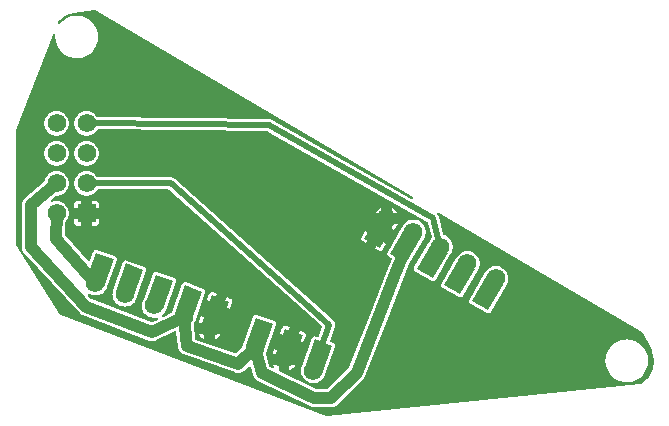
<source format=gtl>
G04 Layer: TopLayer*
G04 EasyEDA v6.5.3, 2022-04-30 06:46:22*
G04 ee3e3f8623474824adc305f6a8106e34,debd25b7e7f645e7808fdd9718494454,10*
G04 Gerber Generator version 0.2*
G04 Scale: 100 percent, Rotated: No, Reflected: No *
G04 Dimensions in millimeters *
G04 leading zeros omitted , absolute positions ,4 integer and 5 decimal *
%FSLAX45Y45*%
%MOMM*%

%ADD11C,0.5000*%
%ADD12C,1.0000*%
%ADD14C,1.5748*%
%ADD15R,1.5748X1.5748*%

%LPD*%
G36*
X18203214Y3827322D02*
G01*
X18198592Y3827881D01*
X15949269Y4677511D01*
X15946424Y4679137D01*
X15944240Y4681626D01*
X15572282Y5272633D01*
X15571114Y5275275D01*
X15570707Y5278069D01*
X15570707Y6241643D01*
X15571419Y6245301D01*
X15885871Y7054088D01*
X15888157Y7057542D01*
X15891611Y7059828D01*
X15895675Y7060539D01*
X15899688Y7059574D01*
X15902990Y7057085D01*
X15905022Y7053478D01*
X15905429Y7049363D01*
X15904972Y7044588D01*
X15904972Y7025944D01*
X15906851Y7007453D01*
X15910661Y6989216D01*
X15916351Y6971436D01*
X15923818Y6954367D01*
X15932962Y6938162D01*
X15943783Y6923024D01*
X15956076Y6909003D01*
X15969742Y6896353D01*
X15984626Y6885178D01*
X16000577Y6875576D01*
X16017443Y6867702D01*
X16035070Y6861556D01*
X16053206Y6857288D01*
X16071646Y6854901D01*
X16090290Y6854444D01*
X16108832Y6855866D01*
X16127171Y6859219D01*
X16145052Y6864400D01*
X16162324Y6871411D01*
X16178733Y6880199D01*
X16194176Y6890562D01*
X16208501Y6902500D01*
X16221506Y6915861D01*
X16233038Y6930440D01*
X16243046Y6946188D01*
X16251377Y6962851D01*
X16257930Y6980275D01*
X16262705Y6998258D01*
X16265550Y7016648D01*
X16266515Y7035241D01*
X16265550Y7053884D01*
X16262705Y7072274D01*
X16257930Y7090257D01*
X16251377Y7107681D01*
X16243046Y7124344D01*
X16233038Y7140092D01*
X16221506Y7154672D01*
X16208501Y7168032D01*
X16194176Y7179970D01*
X16178733Y7190333D01*
X16162324Y7199122D01*
X16145052Y7206132D01*
X16127171Y7211314D01*
X16108832Y7214666D01*
X16090290Y7216089D01*
X16071646Y7215631D01*
X16053206Y7213244D01*
X16035070Y7208977D01*
X16017443Y7202830D01*
X16000577Y7194956D01*
X15984626Y7185355D01*
X15969742Y7174179D01*
X15956076Y7161530D01*
X15943580Y7147255D01*
X15940532Y7144461D01*
X15936569Y7143089D01*
X15932454Y7143445D01*
X15928746Y7145426D01*
X15926206Y7148677D01*
X15925139Y7152741D01*
X15925850Y7156856D01*
X15929000Y7164933D01*
X15930880Y7168032D01*
X15939922Y7178141D01*
X15953435Y7190689D01*
X15967963Y7201966D01*
X15983508Y7211923D01*
X15999866Y7220407D01*
X16016935Y7227417D01*
X16034562Y7232802D01*
X16052901Y7236714D01*
X16229177Y7266076D01*
X16232733Y7266025D01*
X16236035Y7264806D01*
X18928943Y5678779D01*
X18932245Y5675680D01*
X18933871Y5671515D01*
X18933515Y5667044D01*
X18931229Y5663133D01*
X18927521Y5660593D01*
X18923101Y5659882D01*
X18918783Y5661202D01*
X17742001Y6330543D01*
X17734788Y6333947D01*
X17726202Y6336436D01*
X17716957Y6337401D01*
X17005604Y6350101D01*
X16265398Y6354826D01*
X16262146Y6355384D01*
X16259251Y6356959D01*
X16257016Y6359347D01*
X16251123Y6368135D01*
X16242080Y6378397D01*
X16231819Y6387439D01*
X16220440Y6395059D01*
X16208146Y6401104D01*
X16195192Y6405473D01*
X16181781Y6408166D01*
X16168116Y6409080D01*
X16154450Y6408166D01*
X16141039Y6405473D01*
X16128085Y6401104D01*
X16115792Y6395059D01*
X16104412Y6387439D01*
X16094151Y6378397D01*
X16085108Y6368135D01*
X16077488Y6356756D01*
X16071443Y6344462D01*
X16067074Y6331508D01*
X16064382Y6318097D01*
X16063468Y6304432D01*
X16064382Y6290767D01*
X16067074Y6277356D01*
X16071443Y6264402D01*
X16077488Y6252108D01*
X16085108Y6240729D01*
X16094151Y6230467D01*
X16104412Y6221425D01*
X16115792Y6213805D01*
X16128085Y6207760D01*
X16141039Y6203391D01*
X16154450Y6200698D01*
X16168116Y6199784D01*
X16181781Y6200698D01*
X16195192Y6203391D01*
X16208146Y6207760D01*
X16220440Y6213805D01*
X16231819Y6221425D01*
X16242080Y6230467D01*
X16251123Y6240729D01*
X16256304Y6248501D01*
X16258590Y6250940D01*
X16261537Y6252464D01*
X16264839Y6253022D01*
X17004741Y6248298D01*
X17700040Y6235903D01*
X17702530Y6235496D01*
X17704866Y6234531D01*
X19053302Y5467553D01*
X19056350Y5464911D01*
X19058128Y5461304D01*
X19090386Y5338622D01*
X19090690Y5335371D01*
X19089928Y5332171D01*
X19088201Y5329377D01*
X19081292Y5321503D01*
X19073672Y5310124D01*
X19068491Y5299608D01*
X18944132Y5084267D01*
X18941592Y5078425D01*
X18940526Y5072735D01*
X18940729Y5066944D01*
X18942253Y5061356D01*
X18944945Y5056225D01*
X18948704Y5051856D01*
X18953835Y5048097D01*
X19089268Y4969916D01*
X19095110Y4967376D01*
X19100749Y4966309D01*
X19106540Y4966512D01*
X19112128Y4967986D01*
X19117259Y4970678D01*
X19121628Y4974488D01*
X19125438Y4979619D01*
X19249847Y5195112D01*
X19252895Y5202123D01*
X19254927Y5205476D01*
X19260972Y5217769D01*
X19265341Y5230723D01*
X19268033Y5244134D01*
X19268948Y5257800D01*
X19268033Y5271465D01*
X19265341Y5284876D01*
X19260972Y5297830D01*
X19254927Y5310124D01*
X19247307Y5321503D01*
X19238264Y5331764D01*
X19228003Y5340807D01*
X19216624Y5348427D01*
X19204330Y5354472D01*
X19195440Y5357469D01*
X19192494Y5359044D01*
X19190208Y5361482D01*
X19188836Y5364530D01*
X19150076Y5511800D01*
X19148501Y5516880D01*
X19147028Y5520334D01*
X19144691Y5524855D01*
X19142659Y5528056D01*
X19139662Y5531967D01*
X19137884Y5535523D01*
X19137630Y5539536D01*
X19138900Y5543296D01*
X19141541Y5546242D01*
X19145148Y5548020D01*
X19149110Y5548223D01*
X19152870Y5546902D01*
X20871891Y4534509D01*
X20874126Y4532731D01*
X20875752Y4530445D01*
X20944128Y4400296D01*
X20952968Y4381449D01*
X20959775Y4363008D01*
X20964956Y4344111D01*
X20968512Y4324756D01*
X20970392Y4305198D01*
X20970595Y4285589D01*
X20969122Y4265980D01*
X20965922Y4246575D01*
X20961146Y4227576D01*
X20954695Y4208983D01*
X20946719Y4191050D01*
X20937220Y4173829D01*
X20926298Y4157522D01*
X20914004Y4142232D01*
X20900440Y4128008D01*
X20885708Y4115003D01*
X20869910Y4103319D01*
X20859699Y4097020D01*
X20855381Y4095546D01*
G37*

%LPC*%
G36*
X18097906Y3899204D02*
G01*
X18239333Y3899255D01*
X18248172Y3900068D01*
X18250611Y3900474D01*
X18259247Y3902608D01*
X18261584Y3903370D01*
X18269813Y3906774D01*
X18271998Y3907891D01*
X18279618Y3912514D01*
X18288457Y3919575D01*
X18507862Y4138929D01*
X18513552Y4145229D01*
X18515330Y4147565D01*
X18521426Y4157167D01*
X18524982Y4164888D01*
X18727166Y4671771D01*
X18853708Y5000802D01*
X18899479Y5110073D01*
X19023685Y5325211D01*
X19027241Y5334355D01*
X19032372Y5344769D01*
X19036741Y5357723D01*
X19039433Y5371134D01*
X19040348Y5384800D01*
X19039433Y5398465D01*
X19036741Y5411876D01*
X19032372Y5424830D01*
X19026327Y5437124D01*
X19018707Y5448503D01*
X19009664Y5458764D01*
X18999403Y5467807D01*
X18988024Y5475427D01*
X18975730Y5481472D01*
X18962776Y5485841D01*
X18949365Y5488533D01*
X18935700Y5489448D01*
X18922034Y5488533D01*
X18908623Y5485841D01*
X18895669Y5481472D01*
X18883376Y5475427D01*
X18871996Y5467807D01*
X18861735Y5458764D01*
X18852692Y5448503D01*
X18845072Y5437124D01*
X18839027Y5424830D01*
X18837859Y5421985D01*
X18717971Y5214315D01*
X18715431Y5208473D01*
X18714364Y5202834D01*
X18714567Y5197043D01*
X18716091Y5191455D01*
X18718784Y5186324D01*
X18722543Y5181955D01*
X18727674Y5178145D01*
X18748654Y5166055D01*
X18751397Y5163718D01*
X18753175Y5160518D01*
X18753683Y5156911D01*
X18752921Y5153355D01*
X18712434Y5056378D01*
X18585586Y4726635D01*
X18390412Y4237329D01*
X18388177Y4233926D01*
X18208244Y4053992D01*
X18204942Y4051757D01*
X18201030Y4050995D01*
X18117312Y4050995D01*
X18112841Y4052011D01*
X17799507Y4204208D01*
X17796510Y4206494D01*
X17794478Y4209643D01*
X17793817Y4213352D01*
X17793817Y4259732D01*
X17745659Y4259732D01*
X17748910Y4253128D01*
X17752161Y4248251D01*
X17753736Y4244187D01*
X17753482Y4239818D01*
X17751348Y4235958D01*
X17747843Y4233316D01*
X17743525Y4232452D01*
X17739258Y4233468D01*
X17720259Y4242714D01*
X17716957Y4245305D01*
X17714976Y4248962D01*
X17685766Y4347108D01*
X17685359Y4350918D01*
X17686375Y4354525D01*
X17689779Y4361281D01*
X17774869Y4595114D01*
X17776342Y4601311D01*
X17776444Y4607102D01*
X17775224Y4612741D01*
X17772786Y4618024D01*
X17769230Y4622596D01*
X17764760Y4626254D01*
X17759019Y4629048D01*
X17612106Y4682540D01*
X17605908Y4684064D01*
X17600168Y4684115D01*
X17594478Y4682896D01*
X17589246Y4680458D01*
X17584674Y4676902D01*
X17581016Y4672431D01*
X17578171Y4666742D01*
X17501666Y4456531D01*
X17499888Y4453382D01*
X17493843Y4441088D01*
X17489474Y4428134D01*
X17486782Y4414723D01*
X17486528Y4410608D01*
X17485563Y4406950D01*
X17483378Y4403902D01*
X17435728Y4358538D01*
X17432578Y4356557D01*
X17428972Y4355744D01*
X17425314Y4356354D01*
X17094149Y4473244D01*
X17090847Y4475124D01*
X17088510Y4478070D01*
X17087392Y4481677D01*
X17074184Y4599635D01*
X17074388Y4603140D01*
X17075810Y4606391D01*
X17080890Y4613960D01*
X17086935Y4626203D01*
X17091304Y4639157D01*
X17093438Y4649317D01*
X17173448Y4869027D01*
X17174921Y4875225D01*
X17174972Y4881016D01*
X17173752Y4886655D01*
X17171314Y4891887D01*
X17167758Y4896459D01*
X17163288Y4900117D01*
X17157598Y4902962D01*
X17010684Y4956454D01*
X17004487Y4957927D01*
X16998696Y4958029D01*
X16993057Y4956810D01*
X16987824Y4954320D01*
X16983252Y4950815D01*
X16979544Y4946294D01*
X16976750Y4940604D01*
X16891609Y4706772D01*
X16889425Y4701692D01*
X16886021Y4698898D01*
X16821150Y4666437D01*
X16817136Y4665370D01*
X16813022Y4666030D01*
X16809516Y4668266D01*
X16807180Y4671720D01*
X16806468Y4675784D01*
X16807383Y4679848D01*
X16809923Y4683201D01*
X16815104Y4687773D01*
X16824147Y4698034D01*
X16831767Y4709414D01*
X16834002Y4713986D01*
X16835221Y4715916D01*
X16838726Y4720183D01*
X16841571Y4725873D01*
X16926661Y4959756D01*
X16928185Y4965903D01*
X16928236Y4971694D01*
X16927017Y4977384D01*
X16924578Y4982616D01*
X16921022Y4987188D01*
X16916552Y4990846D01*
X16910862Y4993690D01*
X16763949Y5047183D01*
X16757751Y5048656D01*
X16751960Y5048707D01*
X16746321Y5047488D01*
X16741038Y5045049D01*
X16736466Y5041493D01*
X16732808Y5037023D01*
X16730014Y5031333D01*
X16651782Y4816449D01*
X16644467Y4801768D01*
X16640098Y4788814D01*
X16637406Y4775403D01*
X16636492Y4761738D01*
X16637406Y4748072D01*
X16640098Y4734661D01*
X16644467Y4721707D01*
X16650512Y4709414D01*
X16658132Y4698034D01*
X16667175Y4687773D01*
X16677436Y4678730D01*
X16688816Y4671110D01*
X16701109Y4665065D01*
X16714063Y4660696D01*
X16727474Y4658004D01*
X16741140Y4657090D01*
X16754805Y4658004D01*
X16762882Y4659630D01*
X16767048Y4659579D01*
X16770807Y4657902D01*
X16773601Y4654854D01*
X16774972Y4650943D01*
X16774617Y4646777D01*
X16772686Y4643120D01*
X16769435Y4640580D01*
X16725950Y4618837D01*
X16721886Y4617770D01*
X16717772Y4618431D01*
X16213074Y4813401D01*
X16209263Y4815992D01*
X16182949Y4844440D01*
X16180866Y4847844D01*
X16180257Y4851806D01*
X16181222Y4855718D01*
X16183610Y4858918D01*
X16187064Y4860950D01*
X16191026Y4861509D01*
X16194887Y4860442D01*
X16203269Y4856327D01*
X16216223Y4851958D01*
X16229634Y4849266D01*
X16243300Y4848352D01*
X16256965Y4849266D01*
X16270376Y4851958D01*
X16283330Y4856327D01*
X16295624Y4862372D01*
X16307003Y4869992D01*
X16317264Y4879035D01*
X16326307Y4889296D01*
X16333927Y4900676D01*
X16339972Y4912969D01*
X16344341Y4925923D01*
X16347490Y4941011D01*
X16422319Y5146598D01*
X16423792Y5152796D01*
X16423894Y5158587D01*
X16422674Y5164226D01*
X16420236Y5169509D01*
X16416680Y5174030D01*
X16412210Y5177739D01*
X16406469Y5180533D01*
X16259556Y5234025D01*
X16253358Y5235498D01*
X16247567Y5235600D01*
X16241928Y5234381D01*
X16236696Y5231942D01*
X16232124Y5228386D01*
X16228466Y5223916D01*
X16225621Y5218226D01*
X16197326Y5140401D01*
X16195090Y5136896D01*
X16191687Y5134508D01*
X16187623Y5133746D01*
X16183559Y5134660D01*
X16180206Y5137099D01*
X15991738Y5347258D01*
X15989807Y5350459D01*
X15989147Y5354116D01*
X15989655Y5466486D01*
X15990316Y5470042D01*
X15992195Y5473141D01*
X15997123Y5478729D01*
X16004743Y5490108D01*
X16010788Y5502402D01*
X16015157Y5515356D01*
X16017849Y5528767D01*
X16018763Y5542432D01*
X16017849Y5556097D01*
X16015157Y5569508D01*
X16010788Y5582462D01*
X16004743Y5594756D01*
X15997123Y5606135D01*
X15988080Y5616397D01*
X15977819Y5625439D01*
X15966440Y5633059D01*
X15954146Y5639104D01*
X15941192Y5643473D01*
X15927781Y5646166D01*
X15914116Y5647080D01*
X15900450Y5646166D01*
X15887039Y5643473D01*
X15876828Y5640019D01*
X15872866Y5639511D01*
X15869005Y5640578D01*
X15865856Y5643016D01*
X15863874Y5646470D01*
X15863417Y5650433D01*
X15864484Y5654294D01*
X15866973Y5657392D01*
X15905073Y5689549D01*
X15908426Y5691428D01*
X15912287Y5691936D01*
X15914116Y5691784D01*
X15927781Y5692698D01*
X15941192Y5695391D01*
X15954146Y5699760D01*
X15966440Y5705805D01*
X15977819Y5713425D01*
X15988080Y5722467D01*
X15997123Y5732729D01*
X16004743Y5744108D01*
X16010788Y5756402D01*
X16015157Y5769356D01*
X16017849Y5782767D01*
X16018763Y5796432D01*
X16017849Y5810097D01*
X16015157Y5823508D01*
X16010788Y5836462D01*
X16004743Y5848756D01*
X15997123Y5860135D01*
X15988080Y5870397D01*
X15977819Y5879439D01*
X15966440Y5887059D01*
X15954146Y5893104D01*
X15941192Y5897473D01*
X15927781Y5900166D01*
X15914116Y5901080D01*
X15900450Y5900166D01*
X15887039Y5897473D01*
X15874085Y5893104D01*
X15861792Y5887059D01*
X15850412Y5879439D01*
X15840151Y5870397D01*
X15831108Y5860135D01*
X15823488Y5848756D01*
X15817443Y5836462D01*
X15813074Y5823508D01*
X15810636Y5811418D01*
X15809417Y5808268D01*
X15807232Y5805627D01*
X15648533Y5671667D01*
X15640151Y5663438D01*
X15633344Y5654395D01*
X15627959Y5644388D01*
X15624098Y5633720D01*
X15621863Y5622544D01*
X15621304Y5613095D01*
X15621304Y5258155D01*
X15622168Y5246624D01*
X15624657Y5235549D01*
X15628772Y5224983D01*
X15634462Y5215128D01*
X15641726Y5205984D01*
X16111118Y4698542D01*
X16119703Y4690567D01*
X16129050Y4684166D01*
X16140125Y4678832D01*
X16698366Y4463186D01*
X16704665Y4461002D01*
X16709339Y4459833D01*
X16715790Y4458665D01*
X16720566Y4458208D01*
X16727119Y4458004D01*
X16731945Y4458258D01*
X16738396Y4459020D01*
X16743121Y4459986D01*
X16749420Y4461713D01*
X16753941Y4463389D01*
X16760088Y4466132D01*
X16914012Y4543145D01*
X16917720Y4544212D01*
X16921581Y4543755D01*
X16924985Y4541926D01*
X16927474Y4538929D01*
X16928642Y4535220D01*
X16942562Y4411319D01*
X16943374Y4405680D01*
X16944695Y4399991D01*
X16946270Y4394758D01*
X16948404Y4389272D01*
X16950791Y4384344D01*
X16953738Y4379214D01*
X16956786Y4374692D01*
X16960443Y4370120D01*
X16964202Y4366107D01*
X16968470Y4362094D01*
X16972737Y4358640D01*
X16977614Y4355338D01*
X16982338Y4352594D01*
X16987621Y4350054D01*
X16992904Y4347972D01*
X17428210Y4194454D01*
X17435576Y4192625D01*
X17439284Y4192015D01*
X17446853Y4191355D01*
X17450612Y4191304D01*
X17458232Y4191762D01*
X17461941Y4192270D01*
X17469358Y4193844D01*
X17472964Y4194911D01*
X17480076Y4197604D01*
X17483480Y4199178D01*
X17490084Y4202887D01*
X17493234Y4204970D01*
X17499228Y4209592D01*
X17541087Y4249267D01*
X17544542Y4251401D01*
X17548656Y4252010D01*
X17552619Y4250994D01*
X17555870Y4248404D01*
X17557800Y4244797D01*
X17580203Y4169562D01*
X17582286Y4163466D01*
X17584267Y4158792D01*
X17587163Y4153255D01*
X17589855Y4148886D01*
X17593513Y4143857D01*
X17596815Y4139946D01*
X17601234Y4135526D01*
X17605044Y4132173D01*
X17610074Y4128414D01*
X17614341Y4125671D01*
X17620030Y4122623D01*
X18063972Y3906977D01*
X18074894Y3902659D01*
X18085917Y3900119D01*
G37*
G36*
X18088508Y4105249D02*
G01*
X18102122Y4106164D01*
X18115584Y4108805D01*
X18128538Y4113225D01*
X18140781Y4119270D01*
X18152160Y4126890D01*
X18162473Y4135882D01*
X18171515Y4146194D01*
X18179084Y4157573D01*
X18185130Y4169816D01*
X18188076Y4178452D01*
X18272709Y4410964D01*
X18274182Y4417161D01*
X18274284Y4422952D01*
X18273064Y4428591D01*
X18270626Y4433874D01*
X18267070Y4438446D01*
X18262600Y4442104D01*
X18256859Y4444898D01*
X18238012Y4451756D01*
X18234660Y4453839D01*
X18232323Y4456988D01*
X18231358Y4460798D01*
X18231916Y4464710D01*
X18272404Y4580128D01*
X18274690Y4589170D01*
X18275350Y4598009D01*
X18274487Y4606848D01*
X18272099Y4615383D01*
X18268238Y4623358D01*
X18263006Y4630623D01*
X18258129Y4635601D01*
X16914266Y5834481D01*
X16905782Y5840577D01*
X16897705Y5844336D01*
X16889171Y5846622D01*
X16879874Y5847435D01*
X16265042Y5847435D01*
X16261740Y5847994D01*
X16258844Y5849518D01*
X16256558Y5851956D01*
X16251123Y5860135D01*
X16242080Y5870397D01*
X16231819Y5879439D01*
X16220440Y5887059D01*
X16208146Y5893104D01*
X16195192Y5897473D01*
X16181781Y5900166D01*
X16168116Y5901080D01*
X16154450Y5900166D01*
X16141039Y5897473D01*
X16128085Y5893104D01*
X16115792Y5887059D01*
X16104412Y5879439D01*
X16094151Y5870397D01*
X16085108Y5860135D01*
X16077488Y5848756D01*
X16071443Y5836462D01*
X16067074Y5823508D01*
X16064382Y5810097D01*
X16063468Y5796432D01*
X16064382Y5782767D01*
X16067074Y5769356D01*
X16071443Y5756402D01*
X16077488Y5744108D01*
X16085108Y5732729D01*
X16094151Y5722467D01*
X16104412Y5713425D01*
X16115792Y5705805D01*
X16128085Y5699760D01*
X16141039Y5695391D01*
X16154450Y5692698D01*
X16168116Y5691784D01*
X16181781Y5692698D01*
X16195192Y5695391D01*
X16208146Y5699760D01*
X16220440Y5705805D01*
X16231819Y5713425D01*
X16242080Y5722467D01*
X16251123Y5732729D01*
X16256711Y5741111D01*
X16258997Y5743549D01*
X16261892Y5745073D01*
X16265144Y5745632D01*
X16857065Y5745632D01*
X16860672Y5744972D01*
X16863822Y5743041D01*
X18160136Y4586630D01*
X18162524Y4583430D01*
X18163489Y4579620D01*
X18162930Y4575657D01*
X18136311Y4499762D01*
X18134279Y4496308D01*
X18131078Y4493920D01*
X18127218Y4492955D01*
X18123255Y4493564D01*
X18109946Y4498390D01*
X18103748Y4499914D01*
X18098008Y4499965D01*
X18092318Y4498746D01*
X18087086Y4496308D01*
X18082514Y4492752D01*
X18078856Y4488281D01*
X18076011Y4482592D01*
X17990921Y4248708D01*
X17989499Y4243019D01*
X17987416Y4236974D01*
X17984774Y4223512D01*
X17983860Y4209897D01*
X17984774Y4196232D01*
X17987416Y4182821D01*
X17991836Y4169816D01*
X17997881Y4157573D01*
X18005501Y4146194D01*
X18014492Y4135882D01*
X18024805Y4126890D01*
X18036184Y4119270D01*
X18048427Y4113225D01*
X18061432Y4108805D01*
X18074843Y4106164D01*
G37*
G36*
X20746313Y4112260D02*
G01*
X20764855Y4113733D01*
X20783194Y4117035D01*
X20801076Y4122267D01*
X20818348Y4129278D01*
X20834756Y4138015D01*
X20850199Y4148429D01*
X20864525Y4160367D01*
X20877530Y4173677D01*
X20889061Y4188307D01*
X20899069Y4204004D01*
X20907400Y4220667D01*
X20913953Y4238091D01*
X20918728Y4256125D01*
X20921573Y4274515D01*
X20922538Y4293108D01*
X20921573Y4311700D01*
X20918728Y4330090D01*
X20913953Y4348124D01*
X20907400Y4365548D01*
X20899069Y4382211D01*
X20889061Y4397908D01*
X20877530Y4412538D01*
X20864525Y4425848D01*
X20850199Y4437786D01*
X20834756Y4448200D01*
X20818348Y4456938D01*
X20801076Y4463948D01*
X20783194Y4469180D01*
X20764855Y4472482D01*
X20746313Y4473956D01*
X20727670Y4473448D01*
X20709229Y4471060D01*
X20691094Y4466793D01*
X20673466Y4460697D01*
X20656600Y4452772D01*
X20640649Y4443171D01*
X20625765Y4431995D01*
X20612100Y4419346D01*
X20599806Y4405376D01*
X20588986Y4390186D01*
X20579842Y4373981D01*
X20572374Y4356912D01*
X20566684Y4339183D01*
X20562874Y4320946D01*
X20560995Y4302404D01*
X20560995Y4283811D01*
X20562874Y4265269D01*
X20566684Y4247032D01*
X20572374Y4229303D01*
X20579842Y4212234D01*
X20588986Y4196029D01*
X20599806Y4180840D01*
X20612100Y4166870D01*
X20625765Y4154220D01*
X20640649Y4143044D01*
X20656600Y4133443D01*
X20673466Y4125518D01*
X20691094Y4119422D01*
X20709229Y4115155D01*
X20727670Y4112768D01*
G37*
G36*
X17885257Y4211574D02*
G01*
X17891810Y4214825D01*
X17903190Y4222445D01*
X17913502Y4231487D01*
X17922494Y4241749D01*
X17930114Y4253128D01*
X17933365Y4259732D01*
X17885257Y4259732D01*
G37*
G36*
X17744744Y4351172D02*
G01*
X17793817Y4351172D01*
X17793817Y4379976D01*
X17759730Y4392371D01*
G37*
G36*
X18003520Y4450181D02*
G01*
X18022519Y4502404D01*
X18023992Y4508601D01*
X18024094Y4514392D01*
X18022874Y4520031D01*
X18020436Y4525314D01*
X18016880Y4529886D01*
X18012410Y4533544D01*
X18006669Y4536338D01*
X17976189Y4547463D01*
X17948148Y4470349D01*
G37*
G36*
X17257064Y4474718D02*
G01*
X17263668Y4477969D01*
X17275048Y4485589D01*
X17285309Y4494580D01*
X17294352Y4504893D01*
X17301972Y4516272D01*
X17305223Y4522876D01*
X17257064Y4522876D01*
G37*
G36*
X17165624Y4474718D02*
G01*
X17165624Y4522876D01*
X17117466Y4522876D01*
X17120717Y4516272D01*
X17128337Y4504893D01*
X17137380Y4494580D01*
X17147641Y4485589D01*
X17159020Y4477969D01*
G37*
G36*
X17862194Y4501642D02*
G01*
X17890236Y4578756D01*
X17859756Y4589830D01*
X17853558Y4591354D01*
X17847818Y4591405D01*
X17842128Y4590186D01*
X17836896Y4587748D01*
X17832324Y4584192D01*
X17828666Y4579721D01*
X17825821Y4574032D01*
X17806822Y4521809D01*
G37*
G36*
X17333061Y4596028D02*
G01*
X17335906Y4603953D01*
X17330369Y4605985D01*
X17332198Y4600295D01*
G37*
G36*
X17276978Y4614316D02*
G01*
X17307458Y4614316D01*
X17280534Y4624120D01*
G37*
G36*
X17117466Y4614316D02*
G01*
X17165624Y4614316D01*
X17165624Y4665929D01*
X17139208Y4675530D01*
X17120209Y4623308D01*
X17118838Y4617618D01*
G37*
G36*
X19568109Y4694529D02*
G01*
X19573900Y4694732D01*
X19579488Y4696206D01*
X19584619Y4698898D01*
X19588988Y4702708D01*
X19592798Y4707839D01*
X19717207Y4923332D01*
X19721474Y4933746D01*
X19724827Y4938776D01*
X19730872Y4951069D01*
X19735241Y4964023D01*
X19737933Y4977434D01*
X19738848Y4991100D01*
X19737933Y5004765D01*
X19735241Y5018176D01*
X19730872Y5031130D01*
X19724827Y5043424D01*
X19717207Y5054803D01*
X19708164Y5065064D01*
X19697903Y5074107D01*
X19686524Y5081727D01*
X19674230Y5087772D01*
X19661276Y5092141D01*
X19647865Y5094833D01*
X19634200Y5095748D01*
X19620534Y5094833D01*
X19607123Y5092141D01*
X19594169Y5087772D01*
X19581876Y5081727D01*
X19570496Y5074107D01*
X19560235Y5065064D01*
X19551192Y5054803D01*
X19543572Y5043424D01*
X19536206Y5028488D01*
X19411492Y4812487D01*
X19408952Y4806645D01*
X19407886Y4800955D01*
X19408089Y4795164D01*
X19409613Y4789576D01*
X19412305Y4784445D01*
X19416064Y4780076D01*
X19421195Y4776317D01*
X19556628Y4698136D01*
X19562470Y4695596D01*
G37*
G36*
X17382998Y4733340D02*
G01*
X17402048Y4785563D01*
X17403521Y4791760D01*
X17403572Y4797552D01*
X17402352Y4803190D01*
X17399914Y4808423D01*
X17396358Y4812995D01*
X17391888Y4816652D01*
X17386198Y4819497D01*
X17355718Y4830622D01*
X17327626Y4753508D01*
G37*
G36*
X16492219Y4752848D02*
G01*
X16505885Y4753762D01*
X16519296Y4756454D01*
X16532250Y4760823D01*
X16544544Y4766868D01*
X16555923Y4774488D01*
X16566184Y4783531D01*
X16575227Y4793792D01*
X16582847Y4805172D01*
X16588892Y4817465D01*
X16593261Y4830419D01*
X16595953Y4843272D01*
X16672712Y5054092D01*
X16674185Y5060289D01*
X16674236Y5066030D01*
X16673017Y5071719D01*
X16670578Y5076952D01*
X16667022Y5081524D01*
X16662552Y5085181D01*
X16656862Y5088026D01*
X16509949Y5141518D01*
X16503751Y5142992D01*
X16497960Y5143042D01*
X16492321Y5141823D01*
X16487038Y5139385D01*
X16482517Y5135829D01*
X16478808Y5131358D01*
X16476014Y5125669D01*
X16390874Y4891836D01*
X16389400Y4885639D01*
X16389400Y4875631D01*
X16388486Y4871161D01*
X16387572Y4857496D01*
X16388486Y4843830D01*
X16391178Y4830419D01*
X16395547Y4817465D01*
X16401592Y4805172D01*
X16409212Y4793792D01*
X16418255Y4783531D01*
X16428516Y4774488D01*
X16439896Y4766868D01*
X16452189Y4760823D01*
X16465143Y4756454D01*
X16478554Y4753762D01*
G37*
G36*
X17241723Y4784801D02*
G01*
X17269764Y4861864D01*
X17239284Y4872990D01*
X17233087Y4874463D01*
X17227296Y4874564D01*
X17221657Y4873345D01*
X17216424Y4870907D01*
X17211852Y4867351D01*
X17208144Y4862880D01*
X17205350Y4857140D01*
X17186351Y4804918D01*
G37*
G36*
X19331889Y4831689D02*
G01*
X19337680Y4831892D01*
X19343268Y4833366D01*
X19348399Y4836058D01*
X19352768Y4839868D01*
X19356578Y4844999D01*
X19481088Y5060594D01*
X19489572Y5078069D01*
X19493941Y5091023D01*
X19496633Y5104434D01*
X19497548Y5118100D01*
X19496633Y5131765D01*
X19493941Y5145176D01*
X19489572Y5158130D01*
X19483527Y5170424D01*
X19475907Y5181803D01*
X19466864Y5192064D01*
X19456603Y5201107D01*
X19445224Y5208727D01*
X19432930Y5214772D01*
X19419976Y5219141D01*
X19406565Y5221833D01*
X19392900Y5222748D01*
X19379234Y5221833D01*
X19365823Y5219141D01*
X19352869Y5214772D01*
X19340576Y5208727D01*
X19329196Y5201107D01*
X19318935Y5192064D01*
X19309892Y5181803D01*
X19302272Y5170424D01*
X19299377Y5164582D01*
X19175272Y4949647D01*
X19172732Y4943805D01*
X19171666Y4938115D01*
X19171869Y4932324D01*
X19173393Y4926736D01*
X19176085Y4921605D01*
X19179844Y4917236D01*
X19184975Y4913477D01*
X19320408Y4835296D01*
X19326250Y4832756D01*
G37*
G36*
X18653252Y5224119D02*
G01*
X18659043Y5224373D01*
X18664631Y5225846D01*
X18669762Y5228539D01*
X18674130Y5232349D01*
X18677890Y5237480D01*
X18705728Y5285587D01*
X18654674Y5315051D01*
X18613628Y5243982D01*
X18641720Y5227777D01*
X18647562Y5225237D01*
G37*
G36*
X18534430Y5289702D02*
G01*
X18575477Y5360771D01*
X18524423Y5390235D01*
X18496635Y5342128D01*
X18494095Y5336286D01*
X18493028Y5330596D01*
X18493232Y5324805D01*
X18494756Y5319217D01*
X18497448Y5314086D01*
X18501207Y5309717D01*
X18506338Y5305958D01*
G37*
G36*
X18774562Y5404815D02*
G01*
X18802502Y5453380D01*
X18752820Y5453380D01*
X18752820Y5417362D01*
G37*
G36*
X16213836Y5437784D02*
G01*
X16246297Y5437784D01*
X16252596Y5438495D01*
X16258082Y5440426D01*
X16262959Y5443474D01*
X16267074Y5447588D01*
X16270122Y5452465D01*
X16272052Y5457952D01*
X16272763Y5464251D01*
X16272763Y5496712D01*
X16213836Y5496712D01*
G37*
G36*
X16089934Y5437784D02*
G01*
X16122396Y5437784D01*
X16122396Y5496712D01*
X16063468Y5496712D01*
X16063468Y5464251D01*
X16064179Y5457952D01*
X16066109Y5452465D01*
X16069157Y5447588D01*
X16073272Y5443474D01*
X16078149Y5440426D01*
X16083635Y5438495D01*
G37*
G36*
X18613221Y5544820D02*
G01*
X18661380Y5544820D01*
X18661380Y5592978D01*
X18654776Y5589727D01*
X18643396Y5582107D01*
X18633135Y5573064D01*
X18624092Y5562803D01*
X18616472Y5551424D01*
G37*
G36*
X18752820Y5544820D02*
G01*
X18800978Y5544820D01*
X18797727Y5551424D01*
X18790107Y5562803D01*
X18781064Y5573064D01*
X18770803Y5582107D01*
X18759424Y5589727D01*
X18752820Y5592978D01*
G37*
G36*
X16213836Y5588152D02*
G01*
X16272763Y5588152D01*
X16272763Y5620613D01*
X16272052Y5626912D01*
X16270122Y5632399D01*
X16267074Y5637276D01*
X16262959Y5641390D01*
X16258082Y5644438D01*
X16252596Y5646369D01*
X16246297Y5647080D01*
X16213836Y5647080D01*
G37*
G36*
X16063468Y5588152D02*
G01*
X16122396Y5588152D01*
X16122396Y5647080D01*
X16089934Y5647080D01*
X16083635Y5646369D01*
X16078149Y5644438D01*
X16073272Y5641390D01*
X16069157Y5637276D01*
X16066109Y5632399D01*
X16064179Y5626912D01*
X16063468Y5620613D01*
G37*
G36*
X15914116Y5945784D02*
G01*
X15927781Y5946698D01*
X15941192Y5949391D01*
X15954146Y5953760D01*
X15966440Y5959805D01*
X15977819Y5967425D01*
X15988080Y5976467D01*
X15997123Y5986729D01*
X16004743Y5998108D01*
X16010788Y6010402D01*
X16015157Y6023356D01*
X16017849Y6036767D01*
X16018763Y6050432D01*
X16017849Y6064097D01*
X16015157Y6077508D01*
X16010788Y6090462D01*
X16004743Y6102756D01*
X15997123Y6114135D01*
X15988080Y6124397D01*
X15977819Y6133439D01*
X15966440Y6141059D01*
X15954146Y6147104D01*
X15941192Y6151473D01*
X15927781Y6154166D01*
X15914116Y6155080D01*
X15900450Y6154166D01*
X15887039Y6151473D01*
X15874085Y6147104D01*
X15861792Y6141059D01*
X15850412Y6133439D01*
X15840151Y6124397D01*
X15831108Y6114135D01*
X15823488Y6102756D01*
X15817443Y6090462D01*
X15813074Y6077508D01*
X15810382Y6064097D01*
X15809468Y6050432D01*
X15810382Y6036767D01*
X15813074Y6023356D01*
X15817443Y6010402D01*
X15823488Y5998108D01*
X15831108Y5986729D01*
X15840151Y5976467D01*
X15850412Y5967425D01*
X15861792Y5959805D01*
X15874085Y5953760D01*
X15887039Y5949391D01*
X15900450Y5946698D01*
G37*
G36*
X16168116Y5945784D02*
G01*
X16181781Y5946698D01*
X16195192Y5949391D01*
X16208146Y5953760D01*
X16220440Y5959805D01*
X16231819Y5967425D01*
X16242080Y5976467D01*
X16251123Y5986729D01*
X16258743Y5998108D01*
X16264788Y6010402D01*
X16269157Y6023356D01*
X16271849Y6036767D01*
X16272763Y6050432D01*
X16271849Y6064097D01*
X16269157Y6077508D01*
X16264788Y6090462D01*
X16258743Y6102756D01*
X16251123Y6114135D01*
X16242080Y6124397D01*
X16231819Y6133439D01*
X16220440Y6141059D01*
X16208146Y6147104D01*
X16195192Y6151473D01*
X16181781Y6154166D01*
X16168116Y6155080D01*
X16154450Y6154166D01*
X16141039Y6151473D01*
X16128085Y6147104D01*
X16115792Y6141059D01*
X16104412Y6133439D01*
X16094151Y6124397D01*
X16085108Y6114135D01*
X16077488Y6102756D01*
X16071443Y6090462D01*
X16067074Y6077508D01*
X16064382Y6064097D01*
X16063468Y6050432D01*
X16064382Y6036767D01*
X16067074Y6023356D01*
X16071443Y6010402D01*
X16077488Y5998108D01*
X16085108Y5986729D01*
X16094151Y5976467D01*
X16104412Y5967425D01*
X16115792Y5959805D01*
X16128085Y5953760D01*
X16141039Y5949391D01*
X16154450Y5946698D01*
G37*
G36*
X15914116Y6199784D02*
G01*
X15927781Y6200698D01*
X15941192Y6203391D01*
X15954146Y6207760D01*
X15966440Y6213805D01*
X15977819Y6221425D01*
X15988080Y6230467D01*
X15997123Y6240729D01*
X16004743Y6252108D01*
X16010788Y6264402D01*
X16015157Y6277356D01*
X16017849Y6290767D01*
X16018763Y6304432D01*
X16017849Y6318097D01*
X16015157Y6331508D01*
X16010788Y6344462D01*
X16004743Y6356756D01*
X15997123Y6368135D01*
X15988080Y6378397D01*
X15977819Y6387439D01*
X15966440Y6395059D01*
X15954146Y6401104D01*
X15941192Y6405473D01*
X15927781Y6408166D01*
X15914116Y6409080D01*
X15900450Y6408166D01*
X15887039Y6405473D01*
X15874085Y6401104D01*
X15861792Y6395059D01*
X15850412Y6387439D01*
X15840151Y6378397D01*
X15831108Y6368135D01*
X15823488Y6356756D01*
X15817443Y6344462D01*
X15813074Y6331508D01*
X15810382Y6318097D01*
X15809468Y6304432D01*
X15810382Y6290767D01*
X15813074Y6277356D01*
X15817443Y6264402D01*
X15823488Y6252108D01*
X15831108Y6240729D01*
X15840151Y6230467D01*
X15850412Y6221425D01*
X15861792Y6213805D01*
X15874085Y6207760D01*
X15887039Y6203391D01*
X15900450Y6200698D01*
G37*

%LPD*%
D11*
X17881600Y4421378D02*
G01*
X17839436Y4305554D01*
D12*
X15914116Y5796534D02*
G01*
X15697200Y5613400D01*
X15697200Y5257800D01*
X16167100Y4749800D01*
X16725900Y4533900D01*
X16990313Y4666234D01*
X15914116Y5542437D02*
G01*
X15913100Y5321300D01*
X16243300Y4953005D01*
X16990313Y4666234D02*
G01*
X17018000Y4419600D01*
X17449800Y4267200D01*
X17590516Y4401057D01*
D11*
X16168116Y6304534D02*
G01*
X17005300Y6299200D01*
X17716500Y6286500D01*
X19100800Y5499100D01*
X19164300Y5257800D01*
D12*
X18866647Y5228546D02*
G01*
X18783300Y5029200D01*
X18656300Y4699000D01*
X18454370Y4192778D01*
X18236691Y3975100D01*
X18097500Y3975100D01*
X17653000Y4191000D01*
X17590516Y4401057D01*
D11*
X16168116Y5796534D02*
G01*
X16880331Y5796534D01*
X18224500Y4597400D01*
X18088609Y4209795D01*
X17839436Y4305554D02*
G01*
X17945100Y4610100D01*
X16936720Y5542534D01*
X16168116Y5542534D01*
G36*
X17149267Y4878428D02*
G01*
X17063760Y4643503D01*
X16915759Y4697371D01*
X17001266Y4932296D01*
G37*
G36*
X16902523Y4969144D02*
G01*
X16817017Y4734219D01*
X16669016Y4788087D01*
X16754523Y5023012D01*
G37*
G36*
X16648526Y5063484D02*
G01*
X16563019Y4828560D01*
X16415019Y4882428D01*
X16500525Y5117353D01*
G37*
G36*
X16398151Y5156014D02*
G01*
X16312644Y4921089D01*
X16164643Y4974958D01*
X16250150Y5209882D01*
G37*
G36*
X19001511Y5338643D02*
G01*
X18876510Y5122136D01*
X18740114Y5200886D01*
X18865115Y5417393D01*
G37*
G36*
X19227688Y5208567D02*
G01*
X19102687Y4992060D01*
X18966291Y5070812D01*
X19091292Y5287319D01*
G37*
G36*
X19458828Y5073947D02*
G01*
X19333827Y4857440D01*
X19197431Y4936192D01*
X19322432Y5152699D01*
G37*
G36*
X19695048Y4936787D02*
G01*
X19570047Y4720280D01*
X19433651Y4799032D01*
X19558652Y5015539D01*
G37*
G36*
X18248543Y4420382D02*
G01*
X18163037Y4185457D01*
X18015036Y4239326D01*
X18100542Y4474250D01*
G37*
G36*
X17998353Y4511822D02*
G01*
X17912847Y4276897D01*
X17764846Y4330766D01*
X17850352Y4565690D01*
G37*
G36*
X17750703Y4604532D02*
G01*
X17665197Y4369607D01*
X17517196Y4423476D01*
X17602702Y4658400D01*
G37*
G36*
X17377867Y4794971D02*
G01*
X17292360Y4560046D01*
X17144359Y4613915D01*
X17229866Y4848839D01*
G37*
G36*
X18780178Y5466425D02*
G01*
X18655177Y5249918D01*
X18518781Y5328671D01*
X18643782Y5545178D01*
G37*
D14*
G01*
X15914116Y6304432D03*
D15*
G01*
X16168116Y5542432D03*
D14*
G01*
X15914116Y5542432D03*
G01*
X16168116Y5796432D03*
G01*
X15914116Y5796432D03*
G01*
X16168116Y6050432D03*
G01*
X15914116Y6050432D03*
G01*
X16168116Y6304432D03*
G01*
X16243300Y4953000D03*
G01*
X16492220Y4857495D03*
G01*
X16741140Y4761737D03*
G01*
X16990263Y4666259D03*
G01*
X17590516Y4401057D03*
G01*
X17839512Y4305452D03*
G01*
X18088483Y4209872D03*
G01*
X19634200Y4991100D03*
G01*
X19392900Y5118100D03*
G01*
X19164300Y5257800D03*
G01*
X18935700Y5384800D03*
G01*
X17211344Y4568570D03*
G01*
X18707100Y5499100D03*
M02*

</source>
